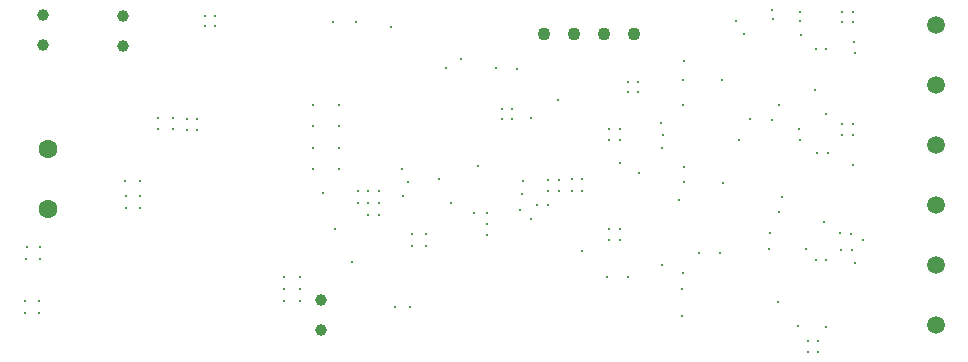
<source format=gbr>
%TF.GenerationSoftware,Altium Limited,Altium Designer,22.5.1 (42)*%
G04 Layer_Color=0*
%FSLAX45Y45*%
%MOMM*%
%TF.SameCoordinates,F63A7803-94E7-494B-9888-F8709FA5C5B4*%
%TF.FilePolarity,Positive*%
%TF.FileFunction,Plated,1,4,PTH,Drill*%
%TF.Part,Single*%
G01*
G75*
%TA.AperFunction,ComponentDrill*%
%ADD80C,1.10002*%
%ADD81C,1.60000*%
%ADD82C,1.00000*%
%ADD83C,1.50002*%
%TA.AperFunction,ViaDrill,NotFilled*%
%ADD84C,0.30000*%
D80*
X5473801Y2779001D02*
D03*
X5219801D02*
D03*
X4965801D02*
D03*
X4711801D02*
D03*
D81*
X508101Y1293101D02*
D03*
Y1801101D02*
D03*
D82*
X2818401Y270201D02*
D03*
Y524201D02*
D03*
X1142240Y2926400D02*
D03*
X1142241Y2672400D02*
D03*
X469940Y2938401D02*
D03*
X469941Y2684400D02*
D03*
D83*
X8026501Y315201D02*
D03*
Y823201D02*
D03*
Y1331201D02*
D03*
Y1839201D02*
D03*
Y2347201D02*
D03*
Y2855201D02*
D03*
D84*
X6228050Y1511950D02*
D03*
X4152700Y1661900D02*
D03*
X3921900Y1340800D02*
D03*
X3823000Y1547400D02*
D03*
X4525700Y1425100D02*
D03*
X4509950Y1286550D02*
D03*
X4653767Y1329112D02*
D03*
X4745700Y1331600D02*
D03*
X5709600Y820700D02*
D03*
X6625900Y1093700D02*
D03*
X6617100Y952500D02*
D03*
X5853500Y1367600D02*
D03*
X6642400Y2045900D02*
D03*
X6337800Y2881800D02*
D03*
X6402301Y2772501D02*
D03*
X6650600Y2900200D02*
D03*
X6887100Y2770700D02*
D03*
X5704800Y1812200D02*
D03*
X6199200Y921700D02*
D03*
X6020300Y923800D02*
D03*
X6928700Y959400D02*
D03*
X7221600Y950500D02*
D03*
X7313700Y946600D02*
D03*
X7408700Y1030600D02*
D03*
X7310875Y1084900D02*
D03*
X6362801Y1877301D02*
D03*
X5713200Y1924200D02*
D03*
X3594301Y1083301D02*
D03*
X3708601D02*
D03*
X3708600Y980400D02*
D03*
X3590201Y983101D02*
D03*
X1171101Y1404701D02*
D03*
X1285401D02*
D03*
X1285400Y1301800D02*
D03*
X1167000Y1304501D02*
D03*
X328101Y974801D02*
D03*
X442401D02*
D03*
X442400Y871900D02*
D03*
X324001Y874601D02*
D03*
X313501Y412401D02*
D03*
X431900Y409700D02*
D03*
X1443801Y2064801D02*
D03*
X1570801D02*
D03*
X1773975Y2055932D02*
D03*
X1685075D02*
D03*
X1773975Y1967032D02*
D03*
X1685075D02*
D03*
X1925775Y2929932D02*
D03*
X1836875D02*
D03*
X1925775Y2841032D02*
D03*
X1836875D02*
D03*
X7322775Y2962532D02*
D03*
X7233875D02*
D03*
X7322775Y2873632D02*
D03*
X7233875D02*
D03*
X7323475Y2011832D02*
D03*
X7234575D02*
D03*
X7323475Y1922932D02*
D03*
X7234575D02*
D03*
X7219200Y1088700D02*
D03*
X7029575Y175832D02*
D03*
X6940675D02*
D03*
X7029575Y86932D02*
D03*
X6940675D02*
D03*
X5507375Y2372032D02*
D03*
X5418475D02*
D03*
X5507375Y2283132D02*
D03*
X5418475D02*
D03*
X4834875Y1537232D02*
D03*
X4745975D02*
D03*
X4834875Y1448332D02*
D03*
X4745975D02*
D03*
X4530700Y1535400D02*
D03*
X2838400Y1426200D02*
D03*
X2936700Y1125000D02*
D03*
X3556800Y1519300D02*
D03*
X5886100Y2389700D02*
D03*
X3080200Y842200D02*
D03*
X4825700Y2219000D02*
D03*
X5698700Y2021700D02*
D03*
X3877800Y2485600D02*
D03*
X3410700Y2837400D02*
D03*
X4002400Y2561800D02*
D03*
X4476700Y2482000D02*
D03*
X4305100Y2491600D02*
D03*
X4596600Y2064900D02*
D03*
X5351100Y1684600D02*
D03*
X3576401Y466601D02*
D03*
X3119701Y2874101D02*
D03*
X2919600Y2880901D02*
D03*
X3449901Y468001D02*
D03*
X3134299Y1342351D02*
D03*
X3134299Y1443001D02*
D03*
X3219274Y1241673D02*
D03*
X3308173D02*
D03*
X3222874Y1442973D02*
D03*
X3311773D02*
D03*
X3222873Y1342323D02*
D03*
X3311773D02*
D03*
X4350675Y2053132D02*
D03*
X4439575D02*
D03*
X4350675Y2142032D02*
D03*
X4439575D02*
D03*
X5887901Y754001D02*
D03*
X7324001Y1665101D02*
D03*
X6724701Y1395701D02*
D03*
X4600679Y1206022D02*
D03*
X6864701Y1975401D02*
D03*
X5511701Y1595501D02*
D03*
X7001801Y2299001D02*
D03*
X6878901Y2883001D02*
D03*
X6215101Y2389401D02*
D03*
X5887524Y2173501D02*
D03*
X4223694Y1076967D02*
D03*
X4223695Y1165867D02*
D03*
X4224501Y1259401D02*
D03*
X4118330Y1261411D02*
D03*
X5029301Y1445501D02*
D03*
X5348574Y1031973D02*
D03*
X5259674D02*
D03*
X5348574Y1120873D02*
D03*
X5259674D02*
D03*
X5259874Y1968273D02*
D03*
X5348774D02*
D03*
X5259874Y1879373D02*
D03*
X5348774D02*
D03*
X6451701Y2055101D02*
D03*
X5897001Y1518701D02*
D03*
X6874800Y1875200D02*
D03*
X7337000Y2711400D02*
D03*
X6879700Y2960300D02*
D03*
X6643800Y2979800D02*
D03*
X5029301Y937501D02*
D03*
X5894701Y1651301D02*
D03*
X7340701Y835901D02*
D03*
X7010501Y861301D02*
D03*
X7099401D02*
D03*
X7019300Y1765200D02*
D03*
X7115500D02*
D03*
X7099401Y2652001D02*
D03*
X7010501D02*
D03*
X2644101Y717901D02*
D03*
X2504401D02*
D03*
Y514701D02*
D03*
Y616301D02*
D03*
X2644101Y514701D02*
D03*
Y616301D02*
D03*
X5876100Y389001D02*
D03*
X5879700Y620101D02*
D03*
X5890825Y2551401D02*
D03*
X431901Y512601D02*
D03*
X4945700Y1444101D02*
D03*
Y1544600D02*
D03*
X2971901Y1813801D02*
D03*
Y1995834D02*
D03*
Y2177867D02*
D03*
Y1631768D02*
D03*
X2756001D02*
D03*
Y2177867D02*
D03*
Y1995834D02*
D03*
Y1813801D02*
D03*
X7077400Y1184400D02*
D03*
X6703100Y1272500D02*
D03*
X1159900Y1533100D02*
D03*
X1292119D02*
D03*
X1566801Y1968601D02*
D03*
X1439801D02*
D03*
X317601Y512601D02*
D03*
X7093301Y293401D02*
D03*
X6860000Y301900D02*
D03*
X7096401Y2096801D02*
D03*
X6700300Y2171200D02*
D03*
X5244600Y722400D02*
D03*
X5418200Y720200D02*
D03*
X3510100Y1634500D02*
D03*
X3511600Y1401200D02*
D03*
X5029301Y1547101D02*
D03*
X7340677Y2617601D02*
D03*
X6693001Y505701D02*
D03*
%TF.MD5,88c921d445c75799306162c5bdb70235*%
M02*

</source>
